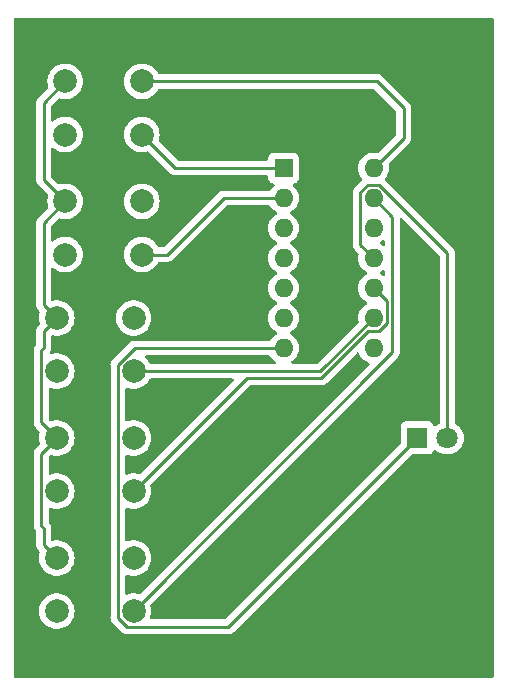
<source format=gbr>
%TF.GenerationSoftware,KiCad,Pcbnew,7.0.10*%
%TF.CreationDate,2024-05-08T18:11:24-05:00*%
%TF.ProjectId,pk16,706b3136-2e6b-4696-9361-645f70636258,rev?*%
%TF.SameCoordinates,Original*%
%TF.FileFunction,Copper,L1,Top*%
%TF.FilePolarity,Positive*%
%FSLAX46Y46*%
G04 Gerber Fmt 4.6, Leading zero omitted, Abs format (unit mm)*
G04 Created by KiCad (PCBNEW 7.0.10) date 2024-05-08 18:11:24*
%MOMM*%
%LPD*%
G01*
G04 APERTURE LIST*
%TA.AperFunction,ComponentPad*%
%ADD10C,2.000000*%
%TD*%
%TA.AperFunction,ComponentPad*%
%ADD11C,1.800000*%
%TD*%
%TA.AperFunction,ComponentPad*%
%ADD12R,1.800000X1.800000*%
%TD*%
%TA.AperFunction,ComponentPad*%
%ADD13R,1.600000X1.600000*%
%TD*%
%TA.AperFunction,ComponentPad*%
%ADD14O,1.600000X1.600000*%
%TD*%
%TA.AperFunction,Conductor*%
%ADD15C,0.250000*%
%TD*%
G04 APERTURE END LIST*
D10*
%TO.P,SW5,1,1*%
%TO.N,+3.3V*%
X27940000Y-68580000D03*
X21440000Y-68580000D03*
%TO.P,SW5,2,2*%
%TO.N,Net-(SW5-Pad2)*%
X27940000Y-73080000D03*
X21440000Y-73080000D03*
%TD*%
%TO.P,SW4,1,1*%
%TO.N,+3.3V*%
X27940000Y-58420000D03*
X21440000Y-58420000D03*
%TO.P,SW4,2,2*%
%TO.N,Net-(SW4-Pad2)*%
X27940000Y-62920000D03*
X21440000Y-62920000D03*
%TD*%
%TO.P,SW3,1,1*%
%TO.N,+3.3V*%
X27940000Y-48260000D03*
X21440000Y-48260000D03*
%TO.P,SW3,2,2*%
%TO.N,Net-(SW3-Pad2)*%
X27940000Y-52760000D03*
X21440000Y-52760000D03*
%TD*%
%TO.P,SW2,1,1*%
%TO.N,+3.3V*%
X28650000Y-38390000D03*
X22150000Y-38390000D03*
%TO.P,SW2,2,2*%
%TO.N,Net-(SW2-Pad2)*%
X28650000Y-42890000D03*
X22150000Y-42890000D03*
%TD*%
%TO.P,SW1,2,2*%
%TO.N,Net-(SW1-Pad2)*%
X22150000Y-32730000D03*
X28650000Y-32730000D03*
%TO.P,SW1,1,1*%
%TO.N,+3.3V*%
X22150000Y-28230000D03*
X28650000Y-28230000D03*
%TD*%
D11*
%TO.P,D1,2,A*%
%TO.N,Net-(D1-A)*%
X54500000Y-58420000D03*
D12*
%TO.P,D1,1,K*%
%TO.N,GND*%
X51960000Y-58420000D03*
%TD*%
D13*
%TO.P,U1,1*%
%TO.N,Net-(SW1-Pad2)*%
X40640000Y-35560000D03*
D14*
%TO.P,U1,2*%
%TO.N,Net-(SW2-Pad2)*%
X40640000Y-38100000D03*
%TO.P,U1,3*%
%TO.N,Net-(U1-Pad3)*%
X40640000Y-40640000D03*
%TO.P,U1,4*%
X40640000Y-43180000D03*
%TO.P,U1,5*%
%TO.N,Net-(U1-Pad5)*%
X40640000Y-45720000D03*
%TO.P,U1,6*%
%TO.N,Net-(U1-Pad12)*%
X40640000Y-48260000D03*
%TO.P,U1,7,GND*%
%TO.N,GND*%
X40640000Y-50800000D03*
%TO.P,U1,8*%
%TO.N,Net-(U1-Pad5)*%
X48260000Y-50800000D03*
%TO.P,U1,9*%
%TO.N,Net-(SW3-Pad2)*%
X48260000Y-48260000D03*
%TO.P,U1,10*%
%TO.N,Net-(SW4-Pad2)*%
X48260000Y-45720000D03*
%TO.P,U1,11*%
%TO.N,Net-(D1-A)*%
X48260000Y-43180000D03*
%TO.P,U1,12*%
%TO.N,Net-(U1-Pad12)*%
X48260000Y-40640000D03*
%TO.P,U1,13*%
%TO.N,Net-(SW5-Pad2)*%
X48260000Y-38100000D03*
%TO.P,U1,14,VCC*%
%TO.N,+3.3V*%
X48260000Y-35560000D03*
%TD*%
D15*
%TO.N,GND*%
X51960000Y-58420000D02*
X35975000Y-74405000D01*
X35975000Y-74405000D02*
X27391167Y-74405000D01*
X26615000Y-73628833D02*
X26615000Y-52211167D01*
X27391167Y-74405000D02*
X26615000Y-73628833D01*
X26615000Y-52211167D02*
X28026167Y-50800000D01*
X28026167Y-50800000D02*
X40640000Y-50800000D01*
%TO.N,Net-(D1-A)*%
X54500000Y-58420000D02*
X54500000Y-42749009D01*
X54500000Y-42749009D02*
X48725991Y-36975000D01*
X48725991Y-36975000D02*
X47794009Y-36975000D01*
X47135000Y-37634009D02*
X47135000Y-42055000D01*
X47794009Y-36975000D02*
X47135000Y-37634009D01*
X47135000Y-42055000D02*
X48260000Y-43180000D01*
%TO.N,Net-(SW5-Pad2)*%
X27940000Y-73080000D02*
X49835000Y-51185000D01*
X49835000Y-51185000D02*
X49835000Y-39675000D01*
X49835000Y-39675000D02*
X48260000Y-38100000D01*
%TO.N,Net-(SW4-Pad2)*%
X27940000Y-62920000D02*
X37520000Y-53340000D01*
X37520000Y-53340000D02*
X43816396Y-53340000D01*
X43816396Y-53340000D02*
X47771396Y-49385000D01*
X49385000Y-48725991D02*
X49385000Y-46845000D01*
X47771396Y-49385000D02*
X48725991Y-49385000D01*
X48725991Y-49385000D02*
X49385000Y-48725991D01*
X49385000Y-46845000D02*
X48260000Y-45720000D01*
%TO.N,Net-(SW3-Pad2)*%
X27940000Y-52760000D02*
X43760000Y-52760000D01*
X43760000Y-52760000D02*
X48260000Y-48260000D01*
%TO.N,+3.3V*%
X20115000Y-65835000D02*
X20320000Y-66040000D01*
X20115000Y-59745000D02*
X20115000Y-65835000D01*
X21440000Y-58420000D02*
X20115000Y-59745000D01*
X20320000Y-66040000D02*
X20320000Y-67460000D01*
X20320000Y-67460000D02*
X21440000Y-68580000D01*
X20320000Y-49380000D02*
X20320000Y-50800000D01*
X21440000Y-48260000D02*
X20320000Y-49380000D01*
X20320000Y-50800000D02*
X20115000Y-51005000D01*
X20115000Y-51005000D02*
X20115000Y-57095000D01*
X20115000Y-57095000D02*
X21440000Y-58420000D01*
X22150000Y-38390000D02*
X20320000Y-36560000D01*
X20320000Y-36560000D02*
X20320000Y-30060000D01*
X20320000Y-30060000D02*
X22150000Y-28230000D01*
X22150000Y-38390000D02*
X20320000Y-40220000D01*
X20320000Y-47140000D02*
X21440000Y-48260000D01*
X20320000Y-40220000D02*
X20320000Y-47140000D01*
%TO.N,Net-(SW2-Pad2)*%
X30770000Y-42890000D02*
X35560000Y-38100000D01*
X28650000Y-42890000D02*
X30770000Y-42890000D01*
X35560000Y-38100000D02*
X40640000Y-38100000D01*
%TO.N,+3.3V*%
X28650000Y-28230000D02*
X48550000Y-28230000D01*
X50800000Y-30480000D02*
X50800000Y-33020000D01*
X48550000Y-28230000D02*
X50800000Y-30480000D01*
X50800000Y-33020000D02*
X48260000Y-35560000D01*
%TO.N,Net-(SW1-Pad2)*%
X28650000Y-32730000D02*
X31480000Y-35560000D01*
X31480000Y-35560000D02*
X40640000Y-35560000D01*
%TD*%
%TA.AperFunction,NonConductor*%
G36*
X58363039Y-22879685D02*
G01*
X58408794Y-22932489D01*
X58420000Y-22984000D01*
X58420000Y-78616000D01*
X58400315Y-78683039D01*
X58347511Y-78728794D01*
X58296000Y-78740000D01*
X17904000Y-78740000D01*
X17836961Y-78720315D01*
X17791206Y-78667511D01*
X17780000Y-78616000D01*
X17780000Y-73080005D01*
X19934357Y-73080005D01*
X19954890Y-73327812D01*
X19954892Y-73327824D01*
X20015936Y-73568881D01*
X20115826Y-73796606D01*
X20251833Y-74004782D01*
X20251836Y-74004785D01*
X20420256Y-74187738D01*
X20616491Y-74340474D01*
X20835190Y-74458828D01*
X21070386Y-74539571D01*
X21315665Y-74580500D01*
X21564335Y-74580500D01*
X21809614Y-74539571D01*
X22044810Y-74458828D01*
X22263509Y-74340474D01*
X22459744Y-74187738D01*
X22628164Y-74004785D01*
X22764173Y-73796607D01*
X22864063Y-73568881D01*
X22925108Y-73327821D01*
X22945643Y-73080000D01*
X22925108Y-72832179D01*
X22864063Y-72591119D01*
X22848637Y-72555952D01*
X22764173Y-72363393D01*
X22628166Y-72155217D01*
X22606557Y-72131744D01*
X22459744Y-71972262D01*
X22263509Y-71819526D01*
X22263507Y-71819525D01*
X22263506Y-71819524D01*
X22044811Y-71701172D01*
X22044802Y-71701169D01*
X21809616Y-71620429D01*
X21564335Y-71579500D01*
X21315665Y-71579500D01*
X21070383Y-71620429D01*
X20835197Y-71701169D01*
X20835188Y-71701172D01*
X20616493Y-71819524D01*
X20420257Y-71972261D01*
X20251833Y-72155217D01*
X20115826Y-72363393D01*
X20015936Y-72591118D01*
X19954892Y-72832175D01*
X19954890Y-72832187D01*
X19934357Y-73079994D01*
X19934357Y-73080005D01*
X17780000Y-73080005D01*
X17780000Y-59725195D01*
X19484840Y-59725195D01*
X19488950Y-59768674D01*
X19489500Y-59780343D01*
X19489500Y-65752255D01*
X19487775Y-65767872D01*
X19488061Y-65767899D01*
X19487326Y-65775665D01*
X19489439Y-65842872D01*
X19489500Y-65846767D01*
X19489500Y-65874357D01*
X19490003Y-65878335D01*
X19490918Y-65889967D01*
X19492290Y-65933624D01*
X19492291Y-65933627D01*
X19497880Y-65952867D01*
X19501824Y-65971911D01*
X19503481Y-65985021D01*
X19504336Y-65991792D01*
X19520414Y-66032403D01*
X19524197Y-66043452D01*
X19536381Y-66085388D01*
X19546580Y-66102634D01*
X19555138Y-66120103D01*
X19562514Y-66138732D01*
X19588181Y-66174060D01*
X19594593Y-66183821D01*
X19616828Y-66221417D01*
X19616833Y-66221424D01*
X19630990Y-66235580D01*
X19643628Y-66250376D01*
X19655405Y-66266586D01*
X19660747Y-66272274D01*
X19658190Y-66274674D01*
X19688499Y-66319170D01*
X19694500Y-66357277D01*
X19694500Y-67377255D01*
X19692775Y-67392872D01*
X19693061Y-67392899D01*
X19692326Y-67400665D01*
X19694439Y-67467872D01*
X19694500Y-67471767D01*
X19694500Y-67499357D01*
X19695003Y-67503335D01*
X19695918Y-67514967D01*
X19697290Y-67558624D01*
X19697291Y-67558627D01*
X19702880Y-67577867D01*
X19706824Y-67596911D01*
X19709336Y-67616792D01*
X19725414Y-67657403D01*
X19729197Y-67668452D01*
X19741381Y-67710388D01*
X19751580Y-67727634D01*
X19760138Y-67745103D01*
X19767514Y-67763732D01*
X19793181Y-67799060D01*
X19799593Y-67808821D01*
X19821828Y-67846417D01*
X19821833Y-67846424D01*
X19835990Y-67860580D01*
X19848628Y-67875376D01*
X19860405Y-67891586D01*
X19860406Y-67891587D01*
X19894057Y-67919425D01*
X19902698Y-67927288D01*
X19976338Y-68000928D01*
X20009823Y-68062251D01*
X20008863Y-68119049D01*
X19954892Y-68332174D01*
X19954890Y-68332187D01*
X19934357Y-68579994D01*
X19934357Y-68580005D01*
X19954890Y-68827812D01*
X19954892Y-68827824D01*
X20015936Y-69068881D01*
X20115826Y-69296606D01*
X20251833Y-69504782D01*
X20251836Y-69504785D01*
X20420256Y-69687738D01*
X20616491Y-69840474D01*
X20835190Y-69958828D01*
X21070386Y-70039571D01*
X21315665Y-70080500D01*
X21564335Y-70080500D01*
X21809614Y-70039571D01*
X22044810Y-69958828D01*
X22263509Y-69840474D01*
X22459744Y-69687738D01*
X22628164Y-69504785D01*
X22764173Y-69296607D01*
X22864063Y-69068881D01*
X22925108Y-68827821D01*
X22945643Y-68580000D01*
X22925108Y-68332179D01*
X22864063Y-68091119D01*
X22851400Y-68062251D01*
X22764173Y-67863393D01*
X22628166Y-67655217D01*
X22556952Y-67577858D01*
X22459744Y-67472262D01*
X22263509Y-67319526D01*
X22263507Y-67319525D01*
X22263506Y-67319524D01*
X22044811Y-67201172D01*
X22044802Y-67201169D01*
X21809616Y-67120429D01*
X21564335Y-67079500D01*
X21315665Y-67079500D01*
X21089909Y-67117171D01*
X21020544Y-67108789D01*
X20966722Y-67064236D01*
X20945532Y-66997657D01*
X20945500Y-66994862D01*
X20945500Y-66122742D01*
X20947224Y-66107122D01*
X20946939Y-66107096D01*
X20947671Y-66099340D01*
X20947673Y-66099333D01*
X20945561Y-66032126D01*
X20945500Y-66028231D01*
X20945500Y-66000654D01*
X20945500Y-66000650D01*
X20944996Y-65996665D01*
X20944080Y-65985021D01*
X20942709Y-65941373D01*
X20937122Y-65922144D01*
X20933174Y-65903084D01*
X20930664Y-65883208D01*
X20930663Y-65883206D01*
X20930663Y-65883204D01*
X20914588Y-65842604D01*
X20910804Y-65831552D01*
X20898618Y-65789609D01*
X20898616Y-65789606D01*
X20888423Y-65772371D01*
X20879861Y-65754894D01*
X20872487Y-65736269D01*
X20846816Y-65700937D01*
X20840405Y-65691177D01*
X20818170Y-65653580D01*
X20818168Y-65653578D01*
X20818165Y-65653574D01*
X20804006Y-65639415D01*
X20791368Y-65624619D01*
X20779594Y-65608413D01*
X20779592Y-65608411D01*
X20774257Y-65602730D01*
X20776754Y-65600384D01*
X20746345Y-65555344D01*
X20740500Y-65517722D01*
X20740500Y-64439993D01*
X20760185Y-64372954D01*
X20812989Y-64327199D01*
X20882147Y-64317255D01*
X20904758Y-64322710D01*
X21070386Y-64379571D01*
X21315665Y-64420500D01*
X21564335Y-64420500D01*
X21809614Y-64379571D01*
X22044810Y-64298828D01*
X22263509Y-64180474D01*
X22459744Y-64027738D01*
X22628164Y-63844785D01*
X22764173Y-63636607D01*
X22864063Y-63408881D01*
X22925108Y-63167821D01*
X22945643Y-62920000D01*
X22925108Y-62672179D01*
X22864063Y-62431119D01*
X22848637Y-62395952D01*
X22764173Y-62203393D01*
X22628166Y-61995217D01*
X22606557Y-61971744D01*
X22459744Y-61812262D01*
X22263509Y-61659526D01*
X22263507Y-61659525D01*
X22263506Y-61659524D01*
X22044811Y-61541172D01*
X22044802Y-61541169D01*
X21809616Y-61460429D01*
X21564335Y-61419500D01*
X21315665Y-61419500D01*
X21070383Y-61460429D01*
X20904763Y-61517287D01*
X20834964Y-61520437D01*
X20774543Y-61485351D01*
X20742682Y-61423168D01*
X20740500Y-61400006D01*
X20740500Y-60055451D01*
X20760185Y-59988412D01*
X20776810Y-59967779D01*
X20862773Y-59881816D01*
X20924091Y-59848334D01*
X20990712Y-59852218D01*
X21036493Y-59867935D01*
X21070385Y-59879571D01*
X21315665Y-59920500D01*
X21564335Y-59920500D01*
X21809614Y-59879571D01*
X22044810Y-59798828D01*
X22263509Y-59680474D01*
X22459744Y-59527738D01*
X22628164Y-59344785D01*
X22764173Y-59136607D01*
X22864063Y-58908881D01*
X22925108Y-58667821D01*
X22925109Y-58667812D01*
X22945643Y-58420005D01*
X22945643Y-58419994D01*
X22925109Y-58172187D01*
X22925107Y-58172175D01*
X22864063Y-57931118D01*
X22764173Y-57703393D01*
X22628166Y-57495217D01*
X22606557Y-57471744D01*
X22459744Y-57312262D01*
X22263509Y-57159526D01*
X22263507Y-57159525D01*
X22263506Y-57159524D01*
X22044811Y-57041172D01*
X22044802Y-57041169D01*
X21809616Y-56960429D01*
X21564335Y-56919500D01*
X21315665Y-56919500D01*
X21070386Y-56960428D01*
X20990713Y-56987780D01*
X20920914Y-56990929D01*
X20862770Y-56958179D01*
X20776819Y-56872228D01*
X20743334Y-56810905D01*
X20740500Y-56784547D01*
X20740500Y-54279993D01*
X20760185Y-54212954D01*
X20812989Y-54167199D01*
X20882147Y-54157255D01*
X20904758Y-54162710D01*
X21070386Y-54219571D01*
X21315665Y-54260500D01*
X21564335Y-54260500D01*
X21809614Y-54219571D01*
X22044810Y-54138828D01*
X22263509Y-54020474D01*
X22459744Y-53867738D01*
X22628164Y-53684785D01*
X22764173Y-53476607D01*
X22864063Y-53248881D01*
X22925108Y-53007821D01*
X22945643Y-52760000D01*
X22925108Y-52512179D01*
X22864063Y-52271119D01*
X22853268Y-52246510D01*
X22829078Y-52191362D01*
X25984840Y-52191362D01*
X25988950Y-52234841D01*
X25989500Y-52246510D01*
X25989500Y-73546088D01*
X25987775Y-73561705D01*
X25988061Y-73561732D01*
X25987326Y-73569498D01*
X25989439Y-73636705D01*
X25989500Y-73640600D01*
X25989500Y-73668190D01*
X25990003Y-73672168D01*
X25990918Y-73683800D01*
X25992290Y-73727457D01*
X25992291Y-73727460D01*
X25997880Y-73746700D01*
X26001824Y-73765744D01*
X26003562Y-73779500D01*
X26004336Y-73785625D01*
X26020414Y-73826236D01*
X26024197Y-73837285D01*
X26036381Y-73879221D01*
X26046580Y-73896467D01*
X26055138Y-73913936D01*
X26062514Y-73932565D01*
X26088181Y-73967893D01*
X26094593Y-73977654D01*
X26116828Y-74015250D01*
X26116833Y-74015257D01*
X26130990Y-74029413D01*
X26143628Y-74044209D01*
X26155405Y-74060419D01*
X26155406Y-74060420D01*
X26189057Y-74088258D01*
X26197698Y-74096121D01*
X26890364Y-74788788D01*
X26900189Y-74801051D01*
X26900410Y-74800869D01*
X26905378Y-74806874D01*
X26954389Y-74852899D01*
X26957188Y-74855612D01*
X26976689Y-74875114D01*
X26976693Y-74875117D01*
X26976696Y-74875120D01*
X26979869Y-74877581D01*
X26988741Y-74885159D01*
X27020585Y-74915062D01*
X27038143Y-74924714D01*
X27054400Y-74935393D01*
X27070231Y-74947673D01*
X27099970Y-74960542D01*
X27110319Y-74965021D01*
X27120808Y-74970160D01*
X27144624Y-74983252D01*
X27159075Y-74991197D01*
X27171690Y-74994435D01*
X27178472Y-74996177D01*
X27196886Y-75002481D01*
X27215271Y-75010438D01*
X27258428Y-75017273D01*
X27269823Y-75019632D01*
X27312148Y-75030500D01*
X27332183Y-75030500D01*
X27351580Y-75032026D01*
X27371363Y-75035160D01*
X27414842Y-75031050D01*
X27426511Y-75030500D01*
X35892257Y-75030500D01*
X35907877Y-75032224D01*
X35907904Y-75031939D01*
X35915660Y-75032671D01*
X35915667Y-75032673D01*
X35982873Y-75030561D01*
X35986768Y-75030500D01*
X36014346Y-75030500D01*
X36014350Y-75030500D01*
X36018324Y-75029997D01*
X36029963Y-75029080D01*
X36073627Y-75027709D01*
X36092869Y-75022117D01*
X36111912Y-75018174D01*
X36131792Y-75015664D01*
X36172401Y-74999585D01*
X36183444Y-74995803D01*
X36225390Y-74983618D01*
X36242629Y-74973422D01*
X36260103Y-74964862D01*
X36278727Y-74957488D01*
X36278727Y-74957487D01*
X36278732Y-74957486D01*
X36314083Y-74931800D01*
X36323814Y-74925408D01*
X36361420Y-74903170D01*
X36375589Y-74888999D01*
X36390379Y-74876368D01*
X36406587Y-74864594D01*
X36434438Y-74830926D01*
X36442279Y-74822309D01*
X51407771Y-59856818D01*
X51469094Y-59823333D01*
X51495452Y-59820499D01*
X52907871Y-59820499D01*
X52907872Y-59820499D01*
X52967483Y-59814091D01*
X53102331Y-59763796D01*
X53217546Y-59677546D01*
X53303796Y-59562331D01*
X53303798Y-59562326D01*
X53332455Y-59485493D01*
X53374326Y-59429559D01*
X53439790Y-59405141D01*
X53508063Y-59419992D01*
X53539866Y-59444843D01*
X53547302Y-59452920D01*
X53548215Y-59453912D01*
X53548222Y-59453918D01*
X53731365Y-59596464D01*
X53731371Y-59596468D01*
X53731374Y-59596470D01*
X53935497Y-59706936D01*
X53988681Y-59725194D01*
X54155015Y-59782297D01*
X54155017Y-59782297D01*
X54155019Y-59782298D01*
X54383951Y-59820500D01*
X54383952Y-59820500D01*
X54616048Y-59820500D01*
X54616049Y-59820500D01*
X54844981Y-59782298D01*
X55064503Y-59706936D01*
X55268626Y-59596470D01*
X55451784Y-59453913D01*
X55608979Y-59283153D01*
X55735924Y-59088849D01*
X55829157Y-58876300D01*
X55886134Y-58651305D01*
X55905300Y-58420000D01*
X55905300Y-58419994D01*
X55905300Y-58419993D01*
X55886135Y-58188702D01*
X55886133Y-58188691D01*
X55829157Y-57963699D01*
X55735924Y-57751151D01*
X55608983Y-57556852D01*
X55608980Y-57556849D01*
X55608979Y-57556847D01*
X55451784Y-57386087D01*
X55451779Y-57386083D01*
X55451777Y-57386081D01*
X55268634Y-57243535D01*
X55268619Y-57243525D01*
X55190482Y-57201239D01*
X55140891Y-57152020D01*
X55125500Y-57092185D01*
X55125500Y-42831751D01*
X55127224Y-42816131D01*
X55126939Y-42816105D01*
X55127671Y-42808349D01*
X55127673Y-42808342D01*
X55125561Y-42741135D01*
X55125500Y-42737240D01*
X55125500Y-42709663D01*
X55125500Y-42709659D01*
X55124996Y-42705674D01*
X55124080Y-42694030D01*
X55122709Y-42650382D01*
X55117122Y-42631153D01*
X55113174Y-42612093D01*
X55110663Y-42592213D01*
X55094588Y-42551613D01*
X55090804Y-42540561D01*
X55078618Y-42498618D01*
X55078616Y-42498615D01*
X55068423Y-42481380D01*
X55059861Y-42463903D01*
X55052487Y-42445278D01*
X55026816Y-42409946D01*
X55020405Y-42400186D01*
X54998170Y-42362589D01*
X54998168Y-42362587D01*
X54998165Y-42362583D01*
X54984006Y-42348424D01*
X54971368Y-42333628D01*
X54969482Y-42331032D01*
X54959594Y-42317422D01*
X54945047Y-42305388D01*
X54925940Y-42289581D01*
X54917299Y-42281718D01*
X52071791Y-39436210D01*
X49235062Y-36599480D01*
X49201579Y-36538160D01*
X49206563Y-36468468D01*
X49235061Y-36424123D01*
X49260047Y-36399139D01*
X49390568Y-36212734D01*
X49486739Y-36006496D01*
X49545635Y-35786692D01*
X49565468Y-35560000D01*
X49545635Y-35333308D01*
X49527318Y-35264948D01*
X49528981Y-35195103D01*
X49559410Y-35145179D01*
X51183788Y-33520801D01*
X51196042Y-33510986D01*
X51195859Y-33510764D01*
X51201868Y-33505791D01*
X51201877Y-33505786D01*
X51247949Y-33456722D01*
X51250566Y-33454023D01*
X51270120Y-33434471D01*
X51272576Y-33431303D01*
X51280156Y-33422427D01*
X51310062Y-33390582D01*
X51319713Y-33373024D01*
X51330396Y-33356761D01*
X51342673Y-33340936D01*
X51360021Y-33300844D01*
X51365151Y-33290371D01*
X51386197Y-33252092D01*
X51391180Y-33232680D01*
X51397481Y-33214280D01*
X51405437Y-33195896D01*
X51412270Y-33152748D01*
X51414633Y-33141338D01*
X51425500Y-33099019D01*
X51425500Y-33078983D01*
X51427027Y-33059582D01*
X51430160Y-33039804D01*
X51426050Y-32996324D01*
X51425500Y-32984655D01*
X51425500Y-30562742D01*
X51427224Y-30547122D01*
X51426939Y-30547095D01*
X51427673Y-30539333D01*
X51425561Y-30472112D01*
X51425500Y-30468218D01*
X51425500Y-30440656D01*
X51425500Y-30440650D01*
X51424996Y-30436668D01*
X51424081Y-30425029D01*
X51422710Y-30381373D01*
X51417119Y-30362130D01*
X51413173Y-30343078D01*
X51410664Y-30323208D01*
X51394579Y-30282583D01*
X51390804Y-30271555D01*
X51378618Y-30229610D01*
X51368419Y-30212364D01*
X51359858Y-30194888D01*
X51352487Y-30176271D01*
X51352486Y-30176268D01*
X51326805Y-30140921D01*
X51320409Y-30131182D01*
X51298171Y-30093580D01*
X51298169Y-30093578D01*
X51298166Y-30093574D01*
X51284005Y-30079413D01*
X51271370Y-30064620D01*
X51259593Y-30048412D01*
X51225945Y-30020576D01*
X51217304Y-30012713D01*
X49050803Y-27846212D01*
X49040980Y-27833950D01*
X49040759Y-27834134D01*
X49035786Y-27828122D01*
X48986776Y-27782099D01*
X48983977Y-27779386D01*
X48964477Y-27759885D01*
X48964471Y-27759880D01*
X48961286Y-27757409D01*
X48952434Y-27749848D01*
X48920582Y-27719938D01*
X48920580Y-27719936D01*
X48920577Y-27719935D01*
X48903029Y-27710288D01*
X48886763Y-27699604D01*
X48870932Y-27687324D01*
X48830849Y-27669978D01*
X48820363Y-27664841D01*
X48782094Y-27643803D01*
X48782092Y-27643802D01*
X48762693Y-27638822D01*
X48744281Y-27632518D01*
X48725898Y-27624562D01*
X48725892Y-27624560D01*
X48682760Y-27617729D01*
X48671322Y-27615361D01*
X48629020Y-27604500D01*
X48629019Y-27604500D01*
X48608984Y-27604500D01*
X48589586Y-27602973D01*
X48582162Y-27601797D01*
X48569805Y-27599840D01*
X48569804Y-27599840D01*
X48526325Y-27603950D01*
X48514656Y-27604500D01*
X30095150Y-27604500D01*
X30028111Y-27584815D01*
X29982356Y-27532011D01*
X29981595Y-27530311D01*
X29974175Y-27513396D01*
X29838166Y-27305217D01*
X29816557Y-27281744D01*
X29669744Y-27122262D01*
X29473509Y-26969526D01*
X29473507Y-26969525D01*
X29473506Y-26969524D01*
X29254811Y-26851172D01*
X29254802Y-26851169D01*
X29019616Y-26770429D01*
X28774335Y-26729500D01*
X28525665Y-26729500D01*
X28280383Y-26770429D01*
X28045197Y-26851169D01*
X28045188Y-26851172D01*
X27826493Y-26969524D01*
X27630257Y-27122261D01*
X27461833Y-27305217D01*
X27325826Y-27513393D01*
X27225936Y-27741118D01*
X27164892Y-27982175D01*
X27164890Y-27982187D01*
X27144357Y-28229994D01*
X27144357Y-28230005D01*
X27164890Y-28477812D01*
X27164892Y-28477824D01*
X27225936Y-28718881D01*
X27325826Y-28946606D01*
X27461833Y-29154782D01*
X27461836Y-29154785D01*
X27630256Y-29337738D01*
X27826491Y-29490474D01*
X28045190Y-29608828D01*
X28280386Y-29689571D01*
X28525665Y-29730500D01*
X28774335Y-29730500D01*
X29019614Y-29689571D01*
X29254810Y-29608828D01*
X29473509Y-29490474D01*
X29669744Y-29337738D01*
X29838164Y-29154785D01*
X29974173Y-28946607D01*
X29974175Y-28946603D01*
X29981595Y-28929689D01*
X30026551Y-28876203D01*
X30093287Y-28855514D01*
X30095150Y-28855500D01*
X48239548Y-28855500D01*
X48306587Y-28875185D01*
X48327229Y-28891819D01*
X50138181Y-30702771D01*
X50171666Y-30764094D01*
X50174500Y-30790452D01*
X50174500Y-32709546D01*
X50154815Y-32776585D01*
X50138181Y-32797227D01*
X48674821Y-34260586D01*
X48613498Y-34294071D01*
X48555048Y-34292680D01*
X48486697Y-34274366D01*
X48486693Y-34274365D01*
X48486692Y-34274365D01*
X48373346Y-34264448D01*
X48260001Y-34254532D01*
X48259998Y-34254532D01*
X48033313Y-34274364D01*
X48033302Y-34274366D01*
X47813511Y-34333258D01*
X47813502Y-34333261D01*
X47607267Y-34429431D01*
X47607265Y-34429432D01*
X47420858Y-34559954D01*
X47259954Y-34720858D01*
X47129432Y-34907265D01*
X47129431Y-34907267D01*
X47033261Y-35113502D01*
X47033258Y-35113511D01*
X46974366Y-35333302D01*
X46974364Y-35333313D01*
X46954532Y-35559998D01*
X46954532Y-35560001D01*
X46974364Y-35786686D01*
X46974366Y-35786697D01*
X47033258Y-36006488D01*
X47033261Y-36006497D01*
X47129431Y-36212732D01*
X47129432Y-36212734D01*
X47259951Y-36399137D01*
X47259952Y-36399138D01*
X47259953Y-36399139D01*
X47284934Y-36424120D01*
X47318419Y-36485441D01*
X47313436Y-36555133D01*
X47284934Y-36599482D01*
X46751208Y-37133208D01*
X46738951Y-37143029D01*
X46739134Y-37143250D01*
X46733122Y-37148223D01*
X46687098Y-37197232D01*
X46684391Y-37200025D01*
X46664889Y-37219526D01*
X46664875Y-37219543D01*
X46662407Y-37222724D01*
X46654843Y-37231579D01*
X46624937Y-37263427D01*
X46624936Y-37263429D01*
X46615284Y-37280985D01*
X46604610Y-37297235D01*
X46592329Y-37313070D01*
X46592324Y-37313077D01*
X46574975Y-37353167D01*
X46569838Y-37363653D01*
X46548803Y-37401915D01*
X46543822Y-37421316D01*
X46537521Y-37439719D01*
X46529562Y-37458111D01*
X46529561Y-37458114D01*
X46522728Y-37501252D01*
X46520360Y-37512683D01*
X46509501Y-37554980D01*
X46509500Y-37554991D01*
X46509500Y-37575025D01*
X46507973Y-37594424D01*
X46504840Y-37614203D01*
X46504840Y-37614204D01*
X46508950Y-37657683D01*
X46509500Y-37669352D01*
X46509500Y-41972255D01*
X46507775Y-41987872D01*
X46508061Y-41987899D01*
X46507326Y-41995665D01*
X46509439Y-42062872D01*
X46509500Y-42066767D01*
X46509500Y-42094357D01*
X46510003Y-42098335D01*
X46510918Y-42109967D01*
X46512290Y-42153624D01*
X46512291Y-42153627D01*
X46517880Y-42172867D01*
X46521824Y-42191911D01*
X46524336Y-42211792D01*
X46540414Y-42252403D01*
X46544197Y-42263452D01*
X46552001Y-42290314D01*
X46556382Y-42305390D01*
X46563497Y-42317422D01*
X46566580Y-42322634D01*
X46575136Y-42340100D01*
X46582514Y-42358732D01*
X46608181Y-42394060D01*
X46614593Y-42403821D01*
X46636828Y-42441417D01*
X46636833Y-42441424D01*
X46650990Y-42455580D01*
X46663628Y-42470376D01*
X46675405Y-42486586D01*
X46675406Y-42486587D01*
X46709057Y-42514425D01*
X46717698Y-42522288D01*
X46960586Y-42765177D01*
X46994071Y-42826500D01*
X46992680Y-42884949D01*
X46974367Y-42953296D01*
X46974364Y-42953313D01*
X46954532Y-43179999D01*
X46954532Y-43180001D01*
X46974364Y-43406686D01*
X46974366Y-43406697D01*
X47033258Y-43626488D01*
X47033261Y-43626497D01*
X47129431Y-43832732D01*
X47129432Y-43832734D01*
X47259954Y-44019141D01*
X47420858Y-44180045D01*
X47420861Y-44180047D01*
X47607266Y-44310568D01*
X47665275Y-44337618D01*
X47717714Y-44383791D01*
X47736866Y-44450984D01*
X47716650Y-44517865D01*
X47665275Y-44562382D01*
X47607267Y-44589431D01*
X47607265Y-44589432D01*
X47420858Y-44719954D01*
X47259954Y-44880858D01*
X47129432Y-45067265D01*
X47129431Y-45067267D01*
X47033261Y-45273502D01*
X47033258Y-45273511D01*
X46974366Y-45493302D01*
X46974364Y-45493313D01*
X46954532Y-45719998D01*
X46954532Y-45720001D01*
X46974364Y-45946686D01*
X46974366Y-45946697D01*
X47033258Y-46166488D01*
X47033261Y-46166497D01*
X47129431Y-46372732D01*
X47129432Y-46372734D01*
X47259954Y-46559141D01*
X47420858Y-46720045D01*
X47420861Y-46720047D01*
X47607266Y-46850568D01*
X47665275Y-46877618D01*
X47717714Y-46923791D01*
X47736866Y-46990984D01*
X47716650Y-47057865D01*
X47665275Y-47102382D01*
X47607267Y-47129431D01*
X47607265Y-47129432D01*
X47420858Y-47259954D01*
X47259954Y-47420858D01*
X47129432Y-47607265D01*
X47129431Y-47607267D01*
X47033261Y-47813502D01*
X47033258Y-47813511D01*
X46974366Y-48033302D01*
X46974364Y-48033313D01*
X46954532Y-48259998D01*
X46954532Y-48260000D01*
X46974364Y-48486686D01*
X46974365Y-48486691D01*
X46974366Y-48486697D01*
X46992680Y-48555048D01*
X46991017Y-48624897D01*
X46960586Y-48674821D01*
X43537228Y-52098181D01*
X43475905Y-52131666D01*
X43449547Y-52134500D01*
X41394766Y-52134500D01*
X41327727Y-52114815D01*
X41281972Y-52062011D01*
X41272028Y-51992853D01*
X41301053Y-51929297D01*
X41323640Y-51908927D01*
X41479139Y-51800047D01*
X41640047Y-51639139D01*
X41770568Y-51452734D01*
X41866739Y-51246496D01*
X41925635Y-51026692D01*
X41945468Y-50800000D01*
X41925635Y-50573308D01*
X41866739Y-50353504D01*
X41770568Y-50147266D01*
X41640047Y-49960861D01*
X41640045Y-49960858D01*
X41479141Y-49799954D01*
X41292734Y-49669432D01*
X41292728Y-49669429D01*
X41234725Y-49642382D01*
X41182285Y-49596210D01*
X41163133Y-49529017D01*
X41183348Y-49462135D01*
X41234725Y-49417618D01*
X41239604Y-49415343D01*
X41292734Y-49390568D01*
X41479139Y-49260047D01*
X41640047Y-49099139D01*
X41770568Y-48912734D01*
X41866739Y-48706496D01*
X41925635Y-48486692D01*
X41945468Y-48260000D01*
X41945467Y-48259994D01*
X41925635Y-48033313D01*
X41925635Y-48033308D01*
X41866739Y-47813504D01*
X41770568Y-47607266D01*
X41640047Y-47420861D01*
X41640045Y-47420858D01*
X41479141Y-47259954D01*
X41292734Y-47129432D01*
X41292728Y-47129429D01*
X41234725Y-47102382D01*
X41182285Y-47056210D01*
X41163133Y-46989017D01*
X41183348Y-46922135D01*
X41234725Y-46877618D01*
X41292734Y-46850568D01*
X41479139Y-46720047D01*
X41640047Y-46559139D01*
X41770568Y-46372734D01*
X41866739Y-46166496D01*
X41925635Y-45946692D01*
X41945468Y-45720000D01*
X41925635Y-45493308D01*
X41866739Y-45273504D01*
X41770568Y-45067266D01*
X41640047Y-44880861D01*
X41640045Y-44880858D01*
X41479141Y-44719954D01*
X41292734Y-44589432D01*
X41292728Y-44589429D01*
X41234725Y-44562382D01*
X41182285Y-44516210D01*
X41163133Y-44449017D01*
X41183348Y-44382135D01*
X41234725Y-44337618D01*
X41292734Y-44310568D01*
X41479139Y-44180047D01*
X41640047Y-44019139D01*
X41770568Y-43832734D01*
X41866739Y-43626496D01*
X41925635Y-43406692D01*
X41945468Y-43180000D01*
X41925635Y-42953308D01*
X41866739Y-42733504D01*
X41770568Y-42527266D01*
X41640047Y-42340861D01*
X41640045Y-42340858D01*
X41479141Y-42179954D01*
X41292734Y-42049432D01*
X41292728Y-42049429D01*
X41234725Y-42022382D01*
X41182285Y-41976210D01*
X41163133Y-41909017D01*
X41183348Y-41842135D01*
X41234725Y-41797618D01*
X41292734Y-41770568D01*
X41479139Y-41640047D01*
X41640047Y-41479139D01*
X41770568Y-41292734D01*
X41866739Y-41086496D01*
X41925635Y-40866692D01*
X41945468Y-40640000D01*
X41925635Y-40413308D01*
X41866739Y-40193504D01*
X41770568Y-39987266D01*
X41640047Y-39800861D01*
X41640045Y-39800858D01*
X41479141Y-39639954D01*
X41292734Y-39509432D01*
X41292728Y-39509429D01*
X41234725Y-39482382D01*
X41182285Y-39436210D01*
X41163133Y-39369017D01*
X41183348Y-39302135D01*
X41234725Y-39257618D01*
X41292734Y-39230568D01*
X41479139Y-39100047D01*
X41640047Y-38939139D01*
X41770568Y-38752734D01*
X41866739Y-38546496D01*
X41925635Y-38326692D01*
X41945468Y-38100000D01*
X41925635Y-37873308D01*
X41872068Y-37673393D01*
X41866741Y-37653511D01*
X41866738Y-37653502D01*
X41860630Y-37640404D01*
X41770568Y-37447266D01*
X41640047Y-37260861D01*
X41640045Y-37260858D01*
X41479143Y-37099956D01*
X41454536Y-37082726D01*
X41410912Y-37028149D01*
X41403719Y-36958650D01*
X41435241Y-36896296D01*
X41495471Y-36860882D01*
X41512404Y-36857861D01*
X41547483Y-36854091D01*
X41682331Y-36803796D01*
X41797546Y-36717546D01*
X41883796Y-36602331D01*
X41934091Y-36467483D01*
X41940500Y-36407873D01*
X41940499Y-34712128D01*
X41934091Y-34652517D01*
X41899567Y-34559954D01*
X41883797Y-34517671D01*
X41883793Y-34517664D01*
X41797547Y-34402455D01*
X41797544Y-34402452D01*
X41682335Y-34316206D01*
X41682328Y-34316202D01*
X41547482Y-34265908D01*
X41547483Y-34265908D01*
X41487883Y-34259501D01*
X41487881Y-34259500D01*
X41487873Y-34259500D01*
X41487864Y-34259500D01*
X39792129Y-34259500D01*
X39792123Y-34259501D01*
X39732516Y-34265908D01*
X39597671Y-34316202D01*
X39597664Y-34316206D01*
X39482455Y-34402452D01*
X39482452Y-34402455D01*
X39396206Y-34517664D01*
X39396202Y-34517671D01*
X39345908Y-34652517D01*
X39339501Y-34712116D01*
X39339501Y-34712123D01*
X39339500Y-34712135D01*
X39339500Y-34810500D01*
X39319815Y-34877539D01*
X39267011Y-34923294D01*
X39215500Y-34934500D01*
X31790453Y-34934500D01*
X31723414Y-34914815D01*
X31702772Y-34898181D01*
X30113660Y-33309069D01*
X30080175Y-33247746D01*
X30081135Y-33190950D01*
X30135108Y-32977821D01*
X30135109Y-32977812D01*
X30155643Y-32730005D01*
X30155643Y-32729994D01*
X30135109Y-32482187D01*
X30135107Y-32482175D01*
X30074063Y-32241118D01*
X29974173Y-32013393D01*
X29838166Y-31805217D01*
X29816557Y-31781744D01*
X29669744Y-31622262D01*
X29473509Y-31469526D01*
X29473507Y-31469525D01*
X29473506Y-31469524D01*
X29254811Y-31351172D01*
X29254802Y-31351169D01*
X29019616Y-31270429D01*
X28774335Y-31229500D01*
X28525665Y-31229500D01*
X28280383Y-31270429D01*
X28045197Y-31351169D01*
X28045188Y-31351172D01*
X27826493Y-31469524D01*
X27630257Y-31622261D01*
X27461833Y-31805217D01*
X27325826Y-32013393D01*
X27225936Y-32241118D01*
X27164892Y-32482175D01*
X27164890Y-32482187D01*
X27144357Y-32729994D01*
X27144357Y-32730005D01*
X27164890Y-32977812D01*
X27164892Y-32977824D01*
X27225936Y-33218881D01*
X27325826Y-33446606D01*
X27461833Y-33654782D01*
X27461836Y-33654785D01*
X27630256Y-33837738D01*
X27826491Y-33990474D01*
X28045190Y-34108828D01*
X28280386Y-34189571D01*
X28525665Y-34230500D01*
X28774335Y-34230500D01*
X29019614Y-34189571D01*
X29099287Y-34162218D01*
X29169082Y-34159068D01*
X29227229Y-34191819D01*
X30979197Y-35943788D01*
X30989022Y-35956051D01*
X30989243Y-35955869D01*
X30994211Y-35961874D01*
X31043222Y-36007899D01*
X31046021Y-36010612D01*
X31065522Y-36030114D01*
X31065526Y-36030117D01*
X31065529Y-36030120D01*
X31068702Y-36032581D01*
X31077574Y-36040159D01*
X31109418Y-36070062D01*
X31126976Y-36079714D01*
X31143235Y-36090395D01*
X31159064Y-36102673D01*
X31199155Y-36120021D01*
X31209626Y-36125151D01*
X31232180Y-36137550D01*
X31247902Y-36146194D01*
X31247904Y-36146195D01*
X31247908Y-36146197D01*
X31267316Y-36151180D01*
X31285719Y-36157481D01*
X31304101Y-36165436D01*
X31304102Y-36165436D01*
X31304104Y-36165437D01*
X31347250Y-36172270D01*
X31358672Y-36174636D01*
X31400981Y-36185500D01*
X31421016Y-36185500D01*
X31440414Y-36187026D01*
X31460194Y-36190159D01*
X31460195Y-36190160D01*
X31460195Y-36190159D01*
X31460196Y-36190160D01*
X31503675Y-36186050D01*
X31515344Y-36185500D01*
X39215501Y-36185500D01*
X39282540Y-36205185D01*
X39328295Y-36257989D01*
X39339501Y-36309500D01*
X39339501Y-36407876D01*
X39345908Y-36467483D01*
X39396202Y-36602328D01*
X39396206Y-36602335D01*
X39482452Y-36717544D01*
X39482455Y-36717547D01*
X39597664Y-36803793D01*
X39597671Y-36803797D01*
X39615343Y-36810388D01*
X39732517Y-36854091D01*
X39767596Y-36857862D01*
X39832144Y-36884599D01*
X39871993Y-36941991D01*
X39874488Y-37011816D01*
X39838836Y-37071905D01*
X39825464Y-37082725D01*
X39800858Y-37099954D01*
X39639954Y-37260858D01*
X39527387Y-37421623D01*
X39472811Y-37465248D01*
X39425812Y-37474500D01*
X35642743Y-37474500D01*
X35627122Y-37472775D01*
X35627096Y-37473061D01*
X35619334Y-37472327D01*
X35619333Y-37472327D01*
X35557109Y-37474282D01*
X35552127Y-37474439D01*
X35548232Y-37474500D01*
X35520647Y-37474500D01*
X35516661Y-37475003D01*
X35505033Y-37475918D01*
X35461373Y-37477290D01*
X35442129Y-37482881D01*
X35423079Y-37486825D01*
X35403211Y-37489334D01*
X35403210Y-37489334D01*
X35362599Y-37505413D01*
X35351554Y-37509194D01*
X35309614Y-37521379D01*
X35309610Y-37521381D01*
X35292366Y-37531579D01*
X35274905Y-37540133D01*
X35256274Y-37547510D01*
X35256262Y-37547517D01*
X35220933Y-37573185D01*
X35211173Y-37579596D01*
X35173580Y-37601829D01*
X35159414Y-37615995D01*
X35144624Y-37628627D01*
X35128414Y-37640404D01*
X35128411Y-37640407D01*
X35100573Y-37674058D01*
X35092711Y-37682697D01*
X30547228Y-42228181D01*
X30485905Y-42261666D01*
X30459547Y-42264500D01*
X30095150Y-42264500D01*
X30028111Y-42244815D01*
X29982356Y-42192011D01*
X29981595Y-42190311D01*
X29974175Y-42173396D01*
X29838166Y-41965217D01*
X29753516Y-41873263D01*
X29669744Y-41782262D01*
X29473509Y-41629526D01*
X29473507Y-41629525D01*
X29473506Y-41629524D01*
X29254811Y-41511172D01*
X29254802Y-41511169D01*
X29019616Y-41430429D01*
X28774335Y-41389500D01*
X28525665Y-41389500D01*
X28280383Y-41430429D01*
X28045197Y-41511169D01*
X28045188Y-41511172D01*
X27826493Y-41629524D01*
X27630257Y-41782261D01*
X27461833Y-41965217D01*
X27325826Y-42173393D01*
X27225936Y-42401118D01*
X27164892Y-42642175D01*
X27164890Y-42642187D01*
X27144357Y-42889994D01*
X27144357Y-42890005D01*
X27164890Y-43137812D01*
X27164892Y-43137824D01*
X27225936Y-43378881D01*
X27325826Y-43606606D01*
X27461833Y-43814782D01*
X27461836Y-43814785D01*
X27630256Y-43997738D01*
X27826491Y-44150474D01*
X28045190Y-44268828D01*
X28280386Y-44349571D01*
X28525665Y-44390500D01*
X28774335Y-44390500D01*
X29019614Y-44349571D01*
X29254810Y-44268828D01*
X29473509Y-44150474D01*
X29669744Y-43997738D01*
X29838164Y-43814785D01*
X29974173Y-43606607D01*
X29974175Y-43606603D01*
X29981595Y-43589689D01*
X30026551Y-43536203D01*
X30093287Y-43515514D01*
X30095150Y-43515500D01*
X30687257Y-43515500D01*
X30702877Y-43517224D01*
X30702904Y-43516939D01*
X30710660Y-43517671D01*
X30710667Y-43517673D01*
X30777873Y-43515561D01*
X30781768Y-43515500D01*
X30809346Y-43515500D01*
X30809350Y-43515500D01*
X30813324Y-43514997D01*
X30824963Y-43514080D01*
X30868627Y-43512709D01*
X30887869Y-43507117D01*
X30906912Y-43503174D01*
X30926792Y-43500664D01*
X30967401Y-43484585D01*
X30978444Y-43480803D01*
X31020390Y-43468618D01*
X31037629Y-43458422D01*
X31055103Y-43449862D01*
X31073727Y-43442488D01*
X31073727Y-43442487D01*
X31073732Y-43442486D01*
X31109083Y-43416800D01*
X31118814Y-43410408D01*
X31156420Y-43388170D01*
X31170589Y-43373999D01*
X31185379Y-43361368D01*
X31201587Y-43349594D01*
X31229438Y-43315926D01*
X31237279Y-43307309D01*
X35782772Y-38761819D01*
X35844095Y-38728334D01*
X35870453Y-38725500D01*
X39425812Y-38725500D01*
X39492851Y-38745185D01*
X39527387Y-38778377D01*
X39639954Y-38939141D01*
X39800858Y-39100045D01*
X39800861Y-39100047D01*
X39987266Y-39230568D01*
X40045275Y-39257618D01*
X40097714Y-39303791D01*
X40116866Y-39370984D01*
X40096650Y-39437865D01*
X40045275Y-39482382D01*
X39987267Y-39509431D01*
X39987265Y-39509432D01*
X39800858Y-39639954D01*
X39639954Y-39800858D01*
X39509432Y-39987265D01*
X39509431Y-39987267D01*
X39413261Y-40193502D01*
X39413258Y-40193511D01*
X39354366Y-40413302D01*
X39354364Y-40413313D01*
X39334532Y-40639998D01*
X39334532Y-40640001D01*
X39354364Y-40866686D01*
X39354366Y-40866697D01*
X39413258Y-41086488D01*
X39413261Y-41086497D01*
X39509431Y-41292732D01*
X39509432Y-41292734D01*
X39639954Y-41479141D01*
X39800858Y-41640045D01*
X39800861Y-41640047D01*
X39987266Y-41770568D01*
X40045275Y-41797618D01*
X40097714Y-41843791D01*
X40116866Y-41910984D01*
X40096650Y-41977865D01*
X40045275Y-42022382D01*
X39987267Y-42049431D01*
X39987265Y-42049432D01*
X39800858Y-42179954D01*
X39639954Y-42340858D01*
X39509432Y-42527265D01*
X39509431Y-42527267D01*
X39413261Y-42733502D01*
X39413258Y-42733511D01*
X39354366Y-42953302D01*
X39354364Y-42953313D01*
X39334532Y-43179998D01*
X39334532Y-43180001D01*
X39354364Y-43406686D01*
X39354366Y-43406697D01*
X39413258Y-43626488D01*
X39413261Y-43626497D01*
X39509431Y-43832732D01*
X39509432Y-43832734D01*
X39639954Y-44019141D01*
X39800858Y-44180045D01*
X39800861Y-44180047D01*
X39987266Y-44310568D01*
X40045275Y-44337618D01*
X40097714Y-44383791D01*
X40116866Y-44450984D01*
X40096650Y-44517865D01*
X40045275Y-44562382D01*
X39987267Y-44589431D01*
X39987265Y-44589432D01*
X39800858Y-44719954D01*
X39639954Y-44880858D01*
X39509432Y-45067265D01*
X39509431Y-45067267D01*
X39413261Y-45273502D01*
X39413258Y-45273511D01*
X39354366Y-45493302D01*
X39354364Y-45493313D01*
X39334532Y-45719998D01*
X39334532Y-45720001D01*
X39354364Y-45946686D01*
X39354366Y-45946697D01*
X39413258Y-46166488D01*
X39413261Y-46166497D01*
X39509431Y-46372732D01*
X39509432Y-46372734D01*
X39639954Y-46559141D01*
X39800858Y-46720045D01*
X39800861Y-46720047D01*
X39987266Y-46850568D01*
X40045275Y-46877618D01*
X40097714Y-46923791D01*
X40116866Y-46990984D01*
X40096650Y-47057865D01*
X40045275Y-47102382D01*
X39987267Y-47129431D01*
X39987265Y-47129432D01*
X39800858Y-47259954D01*
X39639954Y-47420858D01*
X39509432Y-47607265D01*
X39509431Y-47607267D01*
X39413261Y-47813502D01*
X39413258Y-47813511D01*
X39354366Y-48033302D01*
X39354364Y-48033313D01*
X39334532Y-48259998D01*
X39334532Y-48260001D01*
X39354364Y-48486686D01*
X39354366Y-48486697D01*
X39413258Y-48706488D01*
X39413261Y-48706497D01*
X39509431Y-48912732D01*
X39509432Y-48912734D01*
X39639954Y-49099141D01*
X39800858Y-49260045D01*
X39800861Y-49260047D01*
X39987266Y-49390568D01*
X40040396Y-49415343D01*
X40045275Y-49417618D01*
X40097714Y-49463791D01*
X40116866Y-49530984D01*
X40096650Y-49597865D01*
X40045275Y-49642382D01*
X39987267Y-49669431D01*
X39987265Y-49669432D01*
X39800858Y-49799954D01*
X39639954Y-49960858D01*
X39527387Y-50121623D01*
X39472811Y-50165248D01*
X39425812Y-50174500D01*
X28108910Y-50174500D01*
X28093289Y-50172775D01*
X28093262Y-50173061D01*
X28085500Y-50172326D01*
X28018280Y-50174439D01*
X28014386Y-50174500D01*
X27986817Y-50174500D01*
X27982840Y-50175002D01*
X27971209Y-50175917D01*
X27927541Y-50177289D01*
X27927535Y-50177290D01*
X27908293Y-50182880D01*
X27889254Y-50186823D01*
X27869384Y-50189334D01*
X27869367Y-50189338D01*
X27828763Y-50205413D01*
X27817722Y-50209194D01*
X27775773Y-50221383D01*
X27775771Y-50221384D01*
X27758525Y-50231583D01*
X27741060Y-50240139D01*
X27735177Y-50242468D01*
X27722433Y-50247514D01*
X27687101Y-50273183D01*
X27677345Y-50279592D01*
X27639747Y-50301828D01*
X27625575Y-50316000D01*
X27610790Y-50328628D01*
X27594579Y-50340407D01*
X27566738Y-50374059D01*
X27558878Y-50382696D01*
X26231208Y-51710366D01*
X26218951Y-51720187D01*
X26219134Y-51720408D01*
X26213122Y-51725381D01*
X26167098Y-51774390D01*
X26164391Y-51777183D01*
X26144889Y-51796684D01*
X26144875Y-51796701D01*
X26142407Y-51799882D01*
X26134843Y-51808737D01*
X26104937Y-51840585D01*
X26104936Y-51840587D01*
X26095284Y-51858143D01*
X26084610Y-51874393D01*
X26072329Y-51890228D01*
X26072324Y-51890235D01*
X26054975Y-51930325D01*
X26049838Y-51940811D01*
X26028803Y-51979073D01*
X26023822Y-51998474D01*
X26017521Y-52016877D01*
X26009562Y-52035269D01*
X26009561Y-52035272D01*
X26002728Y-52078410D01*
X26000360Y-52089841D01*
X25989501Y-52132138D01*
X25989500Y-52132149D01*
X25989500Y-52152183D01*
X25987973Y-52171582D01*
X25984840Y-52191361D01*
X25984840Y-52191362D01*
X22829078Y-52191362D01*
X22764173Y-52043393D01*
X22628166Y-51835217D01*
X22574742Y-51777183D01*
X22459744Y-51652262D01*
X22263509Y-51499526D01*
X22263507Y-51499525D01*
X22263506Y-51499524D01*
X22044811Y-51381172D01*
X22044802Y-51381169D01*
X21809616Y-51300429D01*
X21564335Y-51259500D01*
X21315665Y-51259500D01*
X21070386Y-51300428D01*
X20990277Y-51327930D01*
X20920479Y-51331079D01*
X20860057Y-51295992D01*
X20828197Y-51233809D01*
X20835013Y-51164273D01*
X20852039Y-51134644D01*
X20862673Y-51120936D01*
X20880018Y-51080849D01*
X20885152Y-51070371D01*
X20906197Y-51032092D01*
X20911178Y-51012687D01*
X20917482Y-50994279D01*
X20925438Y-50975895D01*
X20932270Y-50932748D01*
X20934639Y-50921316D01*
X20937374Y-50910662D01*
X20945500Y-50879019D01*
X20945500Y-50858983D01*
X20947027Y-50839582D01*
X20950160Y-50819804D01*
X20946050Y-50776324D01*
X20945500Y-50764655D01*
X20945500Y-49845137D01*
X20965185Y-49778098D01*
X21017989Y-49732343D01*
X21087147Y-49722399D01*
X21089831Y-49722815D01*
X21315665Y-49760500D01*
X21315666Y-49760500D01*
X21564335Y-49760500D01*
X21809614Y-49719571D01*
X22044810Y-49638828D01*
X22263509Y-49520474D01*
X22459744Y-49367738D01*
X22628164Y-49184785D01*
X22764173Y-48976607D01*
X22864063Y-48748881D01*
X22925108Y-48507821D01*
X22925109Y-48507812D01*
X22945643Y-48260005D01*
X26434357Y-48260005D01*
X26454890Y-48507812D01*
X26454892Y-48507824D01*
X26515936Y-48748881D01*
X26615826Y-48976606D01*
X26751833Y-49184782D01*
X26769620Y-49204104D01*
X26920256Y-49367738D01*
X27116491Y-49520474D01*
X27335190Y-49638828D01*
X27570386Y-49719571D01*
X27815665Y-49760500D01*
X28064335Y-49760500D01*
X28309614Y-49719571D01*
X28544810Y-49638828D01*
X28763509Y-49520474D01*
X28959744Y-49367738D01*
X29128164Y-49184785D01*
X29264173Y-48976607D01*
X29364063Y-48748881D01*
X29425108Y-48507821D01*
X29425109Y-48507812D01*
X29445643Y-48260005D01*
X29445643Y-48259994D01*
X29425109Y-48012187D01*
X29425107Y-48012175D01*
X29364063Y-47771118D01*
X29264173Y-47543393D01*
X29128166Y-47335217D01*
X29056952Y-47257858D01*
X28959744Y-47152262D01*
X28763509Y-46999526D01*
X28763507Y-46999525D01*
X28763506Y-46999524D01*
X28544811Y-46881172D01*
X28544802Y-46881169D01*
X28309616Y-46800429D01*
X28064335Y-46759500D01*
X27815665Y-46759500D01*
X27570383Y-46800429D01*
X27335197Y-46881169D01*
X27335188Y-46881172D01*
X27116493Y-46999524D01*
X26920257Y-47152261D01*
X26751833Y-47335217D01*
X26615826Y-47543393D01*
X26515936Y-47771118D01*
X26454892Y-48012175D01*
X26454890Y-48012187D01*
X26434357Y-48259994D01*
X26434357Y-48260005D01*
X22945643Y-48260005D01*
X22945643Y-48259994D01*
X22925109Y-48012187D01*
X22925107Y-48012175D01*
X22864063Y-47771118D01*
X22764173Y-47543393D01*
X22628166Y-47335217D01*
X22556952Y-47257858D01*
X22459744Y-47152262D01*
X22263509Y-46999526D01*
X22263507Y-46999525D01*
X22263506Y-46999524D01*
X22044811Y-46881172D01*
X22044802Y-46881169D01*
X21809616Y-46800429D01*
X21564335Y-46759500D01*
X21315665Y-46759500D01*
X21089909Y-46797171D01*
X21020544Y-46788789D01*
X20966722Y-46744236D01*
X20945532Y-46677657D01*
X20945500Y-46674862D01*
X20945500Y-44107582D01*
X20965185Y-44040543D01*
X21017989Y-43994788D01*
X21087147Y-43984844D01*
X21145662Y-44009729D01*
X21326491Y-44150474D01*
X21545190Y-44268828D01*
X21780386Y-44349571D01*
X22025665Y-44390500D01*
X22274335Y-44390500D01*
X22519614Y-44349571D01*
X22754810Y-44268828D01*
X22973509Y-44150474D01*
X23169744Y-43997738D01*
X23338164Y-43814785D01*
X23474173Y-43606607D01*
X23574063Y-43378881D01*
X23635108Y-43137821D01*
X23650397Y-42953313D01*
X23655643Y-42890005D01*
X23655643Y-42889994D01*
X23635109Y-42642187D01*
X23635107Y-42642175D01*
X23574063Y-42401118D01*
X23474173Y-42173393D01*
X23338166Y-41965217D01*
X23253516Y-41873263D01*
X23169744Y-41782262D01*
X22973509Y-41629526D01*
X22973507Y-41629525D01*
X22973506Y-41629524D01*
X22754811Y-41511172D01*
X22754802Y-41511169D01*
X22519616Y-41430429D01*
X22274335Y-41389500D01*
X22025665Y-41389500D01*
X21780383Y-41430429D01*
X21545197Y-41511169D01*
X21545188Y-41511172D01*
X21326493Y-41629524D01*
X21145662Y-41770271D01*
X21080668Y-41795913D01*
X21012128Y-41782346D01*
X20961803Y-41733878D01*
X20945500Y-41672417D01*
X20945500Y-40530452D01*
X20965185Y-40463413D01*
X20981819Y-40442771D01*
X21263574Y-40161016D01*
X21572772Y-39851817D01*
X21634093Y-39818334D01*
X21700712Y-39822218D01*
X21752229Y-39839904D01*
X21780385Y-39849571D01*
X22025665Y-39890500D01*
X22274335Y-39890500D01*
X22519614Y-39849571D01*
X22754810Y-39768828D01*
X22973509Y-39650474D01*
X23169744Y-39497738D01*
X23338164Y-39314785D01*
X23474173Y-39106607D01*
X23574063Y-38878881D01*
X23635108Y-38637821D01*
X23635109Y-38637812D01*
X23655643Y-38390005D01*
X27144357Y-38390005D01*
X27164890Y-38637812D01*
X27164892Y-38637824D01*
X27225936Y-38878881D01*
X27325826Y-39106606D01*
X27461833Y-39314782D01*
X27461836Y-39314785D01*
X27630256Y-39497738D01*
X27826491Y-39650474D01*
X27826493Y-39650475D01*
X27999400Y-39744048D01*
X28045190Y-39768828D01*
X28280386Y-39849571D01*
X28525665Y-39890500D01*
X28774335Y-39890500D01*
X29019614Y-39849571D01*
X29254810Y-39768828D01*
X29473509Y-39650474D01*
X29669744Y-39497738D01*
X29838164Y-39314785D01*
X29974173Y-39106607D01*
X30074063Y-38878881D01*
X30135108Y-38637821D01*
X30135109Y-38637812D01*
X30155643Y-38390005D01*
X30155643Y-38389994D01*
X30135109Y-38142187D01*
X30135107Y-38142175D01*
X30074063Y-37901118D01*
X29974173Y-37673393D01*
X29838166Y-37465217D01*
X29779892Y-37401915D01*
X29669744Y-37282262D01*
X29473509Y-37129526D01*
X29473507Y-37129525D01*
X29473506Y-37129524D01*
X29254811Y-37011172D01*
X29254802Y-37011169D01*
X29019616Y-36930429D01*
X28774335Y-36889500D01*
X28525665Y-36889500D01*
X28280383Y-36930429D01*
X28045197Y-37011169D01*
X28045188Y-37011172D01*
X27826493Y-37129524D01*
X27630257Y-37282261D01*
X27461833Y-37465217D01*
X27325826Y-37673393D01*
X27225936Y-37901118D01*
X27164892Y-38142175D01*
X27164890Y-38142187D01*
X27144357Y-38389994D01*
X27144357Y-38390005D01*
X23655643Y-38390005D01*
X23655643Y-38389994D01*
X23635109Y-38142187D01*
X23635107Y-38142175D01*
X23574063Y-37901118D01*
X23474173Y-37673393D01*
X23338166Y-37465217D01*
X23279892Y-37401915D01*
X23169744Y-37282262D01*
X22973509Y-37129526D01*
X22973507Y-37129525D01*
X22973506Y-37129524D01*
X22754811Y-37011172D01*
X22754802Y-37011169D01*
X22519616Y-36930429D01*
X22274335Y-36889500D01*
X22025665Y-36889500D01*
X21780386Y-36930428D01*
X21700713Y-36957780D01*
X21630914Y-36960929D01*
X21572770Y-36928179D01*
X20981819Y-36337228D01*
X20948334Y-36275905D01*
X20945500Y-36249547D01*
X20945500Y-33947582D01*
X20965185Y-33880543D01*
X21017989Y-33834788D01*
X21087147Y-33824844D01*
X21145662Y-33849729D01*
X21326491Y-33990474D01*
X21545190Y-34108828D01*
X21780386Y-34189571D01*
X22025665Y-34230500D01*
X22274335Y-34230500D01*
X22519614Y-34189571D01*
X22754810Y-34108828D01*
X22973509Y-33990474D01*
X23169744Y-33837738D01*
X23338164Y-33654785D01*
X23474173Y-33446607D01*
X23574063Y-33218881D01*
X23635108Y-32977821D01*
X23635109Y-32977812D01*
X23655643Y-32730005D01*
X23655643Y-32729994D01*
X23635109Y-32482187D01*
X23635107Y-32482175D01*
X23574063Y-32241118D01*
X23474173Y-32013393D01*
X23338166Y-31805217D01*
X23316557Y-31781744D01*
X23169744Y-31622262D01*
X22973509Y-31469526D01*
X22973507Y-31469525D01*
X22973506Y-31469524D01*
X22754811Y-31351172D01*
X22754802Y-31351169D01*
X22519616Y-31270429D01*
X22274335Y-31229500D01*
X22025665Y-31229500D01*
X21780383Y-31270429D01*
X21545197Y-31351169D01*
X21545188Y-31351172D01*
X21326493Y-31469524D01*
X21145662Y-31610271D01*
X21080668Y-31635913D01*
X21012128Y-31622346D01*
X20961803Y-31573878D01*
X20945500Y-31512417D01*
X20945500Y-30370452D01*
X20965185Y-30303413D01*
X20981819Y-30282771D01*
X21263574Y-30001016D01*
X21572772Y-29691817D01*
X21634093Y-29658334D01*
X21700712Y-29662218D01*
X21752229Y-29679904D01*
X21780385Y-29689571D01*
X22025665Y-29730500D01*
X22274335Y-29730500D01*
X22519614Y-29689571D01*
X22754810Y-29608828D01*
X22973509Y-29490474D01*
X23169744Y-29337738D01*
X23338164Y-29154785D01*
X23474173Y-28946607D01*
X23574063Y-28718881D01*
X23635108Y-28477821D01*
X23655643Y-28230000D01*
X23635108Y-27982179D01*
X23600676Y-27846212D01*
X23574063Y-27741118D01*
X23474173Y-27513393D01*
X23338166Y-27305217D01*
X23316557Y-27281744D01*
X23169744Y-27122262D01*
X22973509Y-26969526D01*
X22973507Y-26969525D01*
X22973506Y-26969524D01*
X22754811Y-26851172D01*
X22754802Y-26851169D01*
X22519616Y-26770429D01*
X22274335Y-26729500D01*
X22025665Y-26729500D01*
X21780383Y-26770429D01*
X21545197Y-26851169D01*
X21545188Y-26851172D01*
X21326493Y-26969524D01*
X21130257Y-27122261D01*
X20961833Y-27305217D01*
X20825826Y-27513393D01*
X20725936Y-27741118D01*
X20664892Y-27982175D01*
X20664890Y-27982187D01*
X20644357Y-28229994D01*
X20644357Y-28230005D01*
X20664890Y-28477812D01*
X20664892Y-28477824D01*
X20718863Y-28690949D01*
X20716238Y-28760769D01*
X20686338Y-28809070D01*
X19936208Y-29559199D01*
X19923951Y-29569020D01*
X19924134Y-29569241D01*
X19918122Y-29574214D01*
X19872098Y-29623223D01*
X19869391Y-29626016D01*
X19849889Y-29645517D01*
X19849875Y-29645534D01*
X19847407Y-29648715D01*
X19839843Y-29657570D01*
X19809937Y-29689418D01*
X19809936Y-29689420D01*
X19800284Y-29706976D01*
X19789610Y-29723226D01*
X19777329Y-29739061D01*
X19777324Y-29739068D01*
X19759975Y-29779158D01*
X19754838Y-29789644D01*
X19733803Y-29827906D01*
X19728822Y-29847307D01*
X19722521Y-29865710D01*
X19714562Y-29884102D01*
X19714561Y-29884105D01*
X19707728Y-29927243D01*
X19705360Y-29938674D01*
X19694501Y-29980971D01*
X19694500Y-29980982D01*
X19694500Y-30001016D01*
X19692973Y-30020415D01*
X19689840Y-30040194D01*
X19689840Y-30040195D01*
X19693950Y-30083674D01*
X19694500Y-30095343D01*
X19694500Y-36477255D01*
X19692775Y-36492872D01*
X19693061Y-36492899D01*
X19692326Y-36500665D01*
X19694439Y-36567872D01*
X19694500Y-36571767D01*
X19694500Y-36599357D01*
X19695003Y-36603335D01*
X19695918Y-36614967D01*
X19697290Y-36658624D01*
X19697291Y-36658627D01*
X19702880Y-36677867D01*
X19706824Y-36696911D01*
X19709336Y-36716792D01*
X19725414Y-36757403D01*
X19729197Y-36768452D01*
X19741381Y-36810388D01*
X19751580Y-36827634D01*
X19760138Y-36845103D01*
X19767514Y-36863732D01*
X19793181Y-36899060D01*
X19799593Y-36908821D01*
X19821828Y-36946417D01*
X19821833Y-36946424D01*
X19835990Y-36960580D01*
X19848627Y-36975375D01*
X19860406Y-36991587D01*
X19884080Y-37011172D01*
X19894057Y-37019425D01*
X19902698Y-37027288D01*
X20686338Y-37810928D01*
X20719823Y-37872251D01*
X20718863Y-37929049D01*
X20664892Y-38142174D01*
X20664890Y-38142187D01*
X20644357Y-38389994D01*
X20644357Y-38390005D01*
X20664890Y-38637812D01*
X20664892Y-38637824D01*
X20718863Y-38850949D01*
X20716238Y-38920769D01*
X20686338Y-38969070D01*
X19936208Y-39719199D01*
X19923951Y-39729020D01*
X19924134Y-39729241D01*
X19918122Y-39734214D01*
X19872098Y-39783223D01*
X19869391Y-39786016D01*
X19849889Y-39805517D01*
X19849875Y-39805534D01*
X19847407Y-39808715D01*
X19839843Y-39817570D01*
X19809937Y-39849418D01*
X19809936Y-39849420D01*
X19800284Y-39866976D01*
X19789610Y-39883226D01*
X19777329Y-39899061D01*
X19777324Y-39899068D01*
X19759975Y-39939158D01*
X19754838Y-39949644D01*
X19733803Y-39987906D01*
X19728822Y-40007307D01*
X19722521Y-40025710D01*
X19714562Y-40044102D01*
X19714561Y-40044105D01*
X19707728Y-40087243D01*
X19705360Y-40098674D01*
X19694501Y-40140971D01*
X19694500Y-40140982D01*
X19694500Y-40161016D01*
X19692973Y-40180415D01*
X19689840Y-40200194D01*
X19689840Y-40200195D01*
X19693950Y-40243674D01*
X19694500Y-40255343D01*
X19694500Y-47057255D01*
X19692775Y-47072872D01*
X19693061Y-47072899D01*
X19692326Y-47080665D01*
X19694439Y-47147872D01*
X19694500Y-47151767D01*
X19694500Y-47179357D01*
X19695003Y-47183335D01*
X19695918Y-47194967D01*
X19697290Y-47238624D01*
X19697291Y-47238627D01*
X19702880Y-47257867D01*
X19706824Y-47276911D01*
X19709336Y-47296792D01*
X19725414Y-47337403D01*
X19729197Y-47348452D01*
X19741381Y-47390388D01*
X19751580Y-47407634D01*
X19760138Y-47425103D01*
X19767514Y-47443732D01*
X19793181Y-47479060D01*
X19799593Y-47488821D01*
X19821828Y-47526417D01*
X19821833Y-47526424D01*
X19835990Y-47540580D01*
X19848628Y-47555376D01*
X19860405Y-47571586D01*
X19860406Y-47571587D01*
X19894057Y-47599425D01*
X19902698Y-47607288D01*
X19976338Y-47680928D01*
X20009823Y-47742251D01*
X20008863Y-47799049D01*
X19954892Y-48012174D01*
X19954890Y-48012187D01*
X19934357Y-48259994D01*
X19934357Y-48260005D01*
X19954890Y-48507812D01*
X19954892Y-48507824D01*
X20008863Y-48720948D01*
X20006238Y-48790768D01*
X19976338Y-48839069D01*
X19936208Y-48879199D01*
X19923951Y-48889020D01*
X19924134Y-48889241D01*
X19918122Y-48894214D01*
X19872098Y-48943223D01*
X19869391Y-48946016D01*
X19849889Y-48965517D01*
X19849875Y-48965534D01*
X19847407Y-48968715D01*
X19839843Y-48977570D01*
X19809937Y-49009418D01*
X19809936Y-49009420D01*
X19800284Y-49026976D01*
X19789610Y-49043226D01*
X19777329Y-49059061D01*
X19777324Y-49059068D01*
X19759975Y-49099158D01*
X19754838Y-49109644D01*
X19733803Y-49147906D01*
X19728822Y-49167307D01*
X19722521Y-49185710D01*
X19714562Y-49204102D01*
X19714561Y-49204105D01*
X19707728Y-49247243D01*
X19705360Y-49258674D01*
X19694501Y-49300971D01*
X19694500Y-49300982D01*
X19694500Y-49321016D01*
X19692973Y-49340415D01*
X19689840Y-49360194D01*
X19689840Y-49360195D01*
X19693950Y-49403674D01*
X19694500Y-49415343D01*
X19694500Y-50489546D01*
X19674815Y-50556585D01*
X19658181Y-50577227D01*
X19644889Y-50590519D01*
X19644875Y-50590534D01*
X19642407Y-50593715D01*
X19634843Y-50602570D01*
X19604937Y-50634418D01*
X19604936Y-50634420D01*
X19595284Y-50651976D01*
X19584610Y-50668226D01*
X19572329Y-50684061D01*
X19572324Y-50684068D01*
X19554975Y-50724158D01*
X19549838Y-50734644D01*
X19528803Y-50772906D01*
X19523822Y-50792307D01*
X19517521Y-50810710D01*
X19509562Y-50829102D01*
X19509561Y-50829105D01*
X19502728Y-50872243D01*
X19500360Y-50883674D01*
X19489501Y-50925971D01*
X19489500Y-50925982D01*
X19489500Y-50946016D01*
X19487973Y-50965415D01*
X19484840Y-50985194D01*
X19484840Y-50985195D01*
X19488950Y-51028674D01*
X19489500Y-51040343D01*
X19489500Y-57012255D01*
X19487775Y-57027872D01*
X19488061Y-57027899D01*
X19487326Y-57035665D01*
X19489439Y-57102872D01*
X19489500Y-57106767D01*
X19489500Y-57134357D01*
X19490003Y-57138335D01*
X19490918Y-57149967D01*
X19492290Y-57193624D01*
X19492291Y-57193627D01*
X19497880Y-57212867D01*
X19501824Y-57231911D01*
X19503293Y-57243535D01*
X19504336Y-57251792D01*
X19520414Y-57292403D01*
X19524197Y-57303452D01*
X19536381Y-57345388D01*
X19546580Y-57362634D01*
X19555136Y-57380100D01*
X19557507Y-57386087D01*
X19562514Y-57398732D01*
X19588181Y-57434060D01*
X19594593Y-57443821D01*
X19616828Y-57481417D01*
X19616833Y-57481424D01*
X19630990Y-57495580D01*
X19643628Y-57510376D01*
X19655405Y-57526586D01*
X19655406Y-57526587D01*
X19689057Y-57554425D01*
X19697698Y-57562288D01*
X19976338Y-57840928D01*
X20009823Y-57902251D01*
X20008863Y-57959049D01*
X19954892Y-58172174D01*
X19954890Y-58172187D01*
X19934357Y-58419994D01*
X19934357Y-58420005D01*
X19954890Y-58667812D01*
X19954892Y-58667824D01*
X20008863Y-58880949D01*
X20006238Y-58950769D01*
X19976338Y-58999070D01*
X19731208Y-59244199D01*
X19718951Y-59254020D01*
X19719134Y-59254241D01*
X19713122Y-59259214D01*
X19667098Y-59308223D01*
X19664391Y-59311016D01*
X19644889Y-59330517D01*
X19644875Y-59330534D01*
X19642407Y-59333715D01*
X19634843Y-59342570D01*
X19604937Y-59374418D01*
X19604936Y-59374420D01*
X19595284Y-59391976D01*
X19584610Y-59408226D01*
X19572329Y-59424061D01*
X19572324Y-59424068D01*
X19554975Y-59464158D01*
X19549838Y-59474644D01*
X19528803Y-59512906D01*
X19523822Y-59532307D01*
X19517521Y-59550710D01*
X19509562Y-59569102D01*
X19509561Y-59569105D01*
X19502728Y-59612243D01*
X19500360Y-59623674D01*
X19489501Y-59665971D01*
X19489500Y-59665982D01*
X19489500Y-59686016D01*
X19487973Y-59705415D01*
X19484840Y-59725194D01*
X19484840Y-59725195D01*
X17780000Y-59725195D01*
X17780000Y-22984000D01*
X17799685Y-22916961D01*
X17852489Y-22871206D01*
X17904000Y-22860000D01*
X58296000Y-22860000D01*
X58363039Y-22879685D01*
G37*
%TD.AperFunction*%
%TA.AperFunction,NonConductor*%
G36*
X49148350Y-41694080D02*
G01*
X49196163Y-41745028D01*
X49209500Y-41800972D01*
X49209500Y-42019027D01*
X49189815Y-42086066D01*
X49137011Y-42131821D01*
X49067853Y-42141765D01*
X49014378Y-42120603D01*
X48931928Y-42062872D01*
X48912734Y-42049432D01*
X48854724Y-42022381D01*
X48802285Y-41976210D01*
X48783133Y-41909017D01*
X48803348Y-41842135D01*
X48854725Y-41797618D01*
X48912734Y-41770568D01*
X49014378Y-41699396D01*
X49080583Y-41677070D01*
X49148350Y-41694080D01*
G37*
%TD.AperFunction*%
%TA.AperFunction,NonConductor*%
G36*
X49148350Y-44234080D02*
G01*
X49196163Y-44285028D01*
X49209500Y-44340972D01*
X49209500Y-44559027D01*
X49189815Y-44626066D01*
X49137011Y-44671821D01*
X49067853Y-44681765D01*
X49014378Y-44660603D01*
X48965053Y-44626066D01*
X48912734Y-44589432D01*
X48854724Y-44562381D01*
X48802285Y-44516210D01*
X48783133Y-44449017D01*
X48803348Y-44382135D01*
X48854725Y-44337618D01*
X48912734Y-44310568D01*
X49014378Y-44239396D01*
X49080583Y-44217070D01*
X49148350Y-44234080D01*
G37*
%TD.AperFunction*%
%TA.AperFunction,NonConductor*%
G36*
X39492851Y-51445185D02*
G01*
X39527387Y-51478377D01*
X39639954Y-51639141D01*
X39800858Y-51800045D01*
X39813272Y-51808737D01*
X39956357Y-51908926D01*
X39999982Y-51963501D01*
X40007176Y-52033000D01*
X39975654Y-52095354D01*
X39915424Y-52130769D01*
X39885234Y-52134500D01*
X29385150Y-52134500D01*
X29318111Y-52114815D01*
X29272356Y-52062011D01*
X29271595Y-52060311D01*
X29264175Y-52043396D01*
X29128166Y-51835217D01*
X29074742Y-51777183D01*
X28959744Y-51652262D01*
X28953437Y-51647353D01*
X28912624Y-51590642D01*
X28908951Y-51520869D01*
X28943582Y-51460186D01*
X29005524Y-51427860D01*
X29029600Y-51425500D01*
X39425812Y-51425500D01*
X39492851Y-51445185D01*
G37*
%TD.AperFunction*%
%TA.AperFunction,NonConductor*%
G36*
X36357587Y-53405185D02*
G01*
X36403342Y-53457989D01*
X36413286Y-53527147D01*
X36384261Y-53590703D01*
X36378229Y-53597181D01*
X28517228Y-61458179D01*
X28455905Y-61491664D01*
X28389284Y-61487779D01*
X28309616Y-61460429D01*
X28064335Y-61419500D01*
X27815665Y-61419500D01*
X27570383Y-61460429D01*
X27404763Y-61517287D01*
X27334964Y-61520437D01*
X27274543Y-61485351D01*
X27242682Y-61423168D01*
X27240500Y-61400006D01*
X27240500Y-59939993D01*
X27260185Y-59872954D01*
X27312989Y-59827199D01*
X27382147Y-59817255D01*
X27404758Y-59822710D01*
X27570386Y-59879571D01*
X27815665Y-59920500D01*
X28064335Y-59920500D01*
X28309614Y-59879571D01*
X28544810Y-59798828D01*
X28763509Y-59680474D01*
X28959744Y-59527738D01*
X29128164Y-59344785D01*
X29264173Y-59136607D01*
X29364063Y-58908881D01*
X29425108Y-58667821D01*
X29425109Y-58667812D01*
X29445643Y-58420005D01*
X29445643Y-58419994D01*
X29425109Y-58172187D01*
X29425107Y-58172175D01*
X29364063Y-57931118D01*
X29264173Y-57703393D01*
X29128166Y-57495217D01*
X29106557Y-57471744D01*
X28959744Y-57312262D01*
X28763509Y-57159526D01*
X28763507Y-57159525D01*
X28763506Y-57159524D01*
X28544811Y-57041172D01*
X28544802Y-57041169D01*
X28309616Y-56960429D01*
X28064335Y-56919500D01*
X27815665Y-56919500D01*
X27570383Y-56960429D01*
X27404763Y-57017287D01*
X27334964Y-57020437D01*
X27274543Y-56985351D01*
X27242682Y-56923168D01*
X27240500Y-56900006D01*
X27240500Y-54279993D01*
X27260185Y-54212954D01*
X27312989Y-54167199D01*
X27382147Y-54157255D01*
X27404758Y-54162710D01*
X27570386Y-54219571D01*
X27815665Y-54260500D01*
X28064335Y-54260500D01*
X28309614Y-54219571D01*
X28544810Y-54138828D01*
X28763509Y-54020474D01*
X28959744Y-53867738D01*
X29128164Y-53684785D01*
X29264173Y-53476607D01*
X29264175Y-53476603D01*
X29271595Y-53459689D01*
X29316551Y-53406203D01*
X29383287Y-53385514D01*
X29385150Y-53385500D01*
X36290548Y-53385500D01*
X36357587Y-53405185D01*
G37*
%TD.AperFunction*%
%TA.AperFunction,NonConductor*%
G36*
X46963121Y-51180377D02*
G01*
X47019054Y-51222249D01*
X47032169Y-51244154D01*
X47033260Y-51246495D01*
X47033261Y-51246496D01*
X47056342Y-51295992D01*
X47129431Y-51452732D01*
X47129432Y-51452734D01*
X47259954Y-51639141D01*
X47420858Y-51800045D01*
X47433272Y-51808737D01*
X47607266Y-51930568D01*
X47813504Y-52026739D01*
X47813506Y-52026739D01*
X47813513Y-52026742D01*
X47838836Y-52033527D01*
X47898497Y-52069891D01*
X47929027Y-52132738D01*
X47920733Y-52202113D01*
X47894425Y-52240983D01*
X28517228Y-71618179D01*
X28455905Y-71651664D01*
X28389284Y-71647779D01*
X28309616Y-71620429D01*
X28064335Y-71579500D01*
X27815665Y-71579500D01*
X27570383Y-71620429D01*
X27404763Y-71677287D01*
X27334964Y-71680437D01*
X27274543Y-71645351D01*
X27242682Y-71583168D01*
X27240500Y-71560006D01*
X27240500Y-70099993D01*
X27260185Y-70032954D01*
X27312989Y-69987199D01*
X27382147Y-69977255D01*
X27404758Y-69982710D01*
X27570386Y-70039571D01*
X27815665Y-70080500D01*
X28064335Y-70080500D01*
X28309614Y-70039571D01*
X28544810Y-69958828D01*
X28763509Y-69840474D01*
X28959744Y-69687738D01*
X29128164Y-69504785D01*
X29264173Y-69296607D01*
X29364063Y-69068881D01*
X29425108Y-68827821D01*
X29445643Y-68580000D01*
X29425108Y-68332179D01*
X29364063Y-68091119D01*
X29351400Y-68062251D01*
X29264173Y-67863393D01*
X29128166Y-67655217D01*
X29056952Y-67577858D01*
X28959744Y-67472262D01*
X28763509Y-67319526D01*
X28763507Y-67319525D01*
X28763506Y-67319524D01*
X28544811Y-67201172D01*
X28544802Y-67201169D01*
X28309616Y-67120429D01*
X28064335Y-67079500D01*
X27815665Y-67079500D01*
X27570383Y-67120429D01*
X27404763Y-67177287D01*
X27334964Y-67180437D01*
X27274543Y-67145351D01*
X27242682Y-67083168D01*
X27240500Y-67060006D01*
X27240500Y-64439993D01*
X27260185Y-64372954D01*
X27312989Y-64327199D01*
X27382147Y-64317255D01*
X27404758Y-64322710D01*
X27570386Y-64379571D01*
X27815665Y-64420500D01*
X28064335Y-64420500D01*
X28309614Y-64379571D01*
X28544810Y-64298828D01*
X28763509Y-64180474D01*
X28959744Y-64027738D01*
X29128164Y-63844785D01*
X29264173Y-63636607D01*
X29364063Y-63408881D01*
X29425108Y-63167821D01*
X29445643Y-62920000D01*
X29425108Y-62672179D01*
X29371136Y-62459049D01*
X29373760Y-62389230D01*
X29403658Y-62340930D01*
X37742772Y-54001819D01*
X37804095Y-53968334D01*
X37830453Y-53965500D01*
X43733653Y-53965500D01*
X43749273Y-53967224D01*
X43749300Y-53966939D01*
X43757056Y-53967671D01*
X43757063Y-53967673D01*
X43824269Y-53965561D01*
X43828164Y-53965500D01*
X43855742Y-53965500D01*
X43855746Y-53965500D01*
X43859720Y-53964997D01*
X43871359Y-53964080D01*
X43915023Y-53962709D01*
X43934265Y-53957117D01*
X43953308Y-53953174D01*
X43973188Y-53950664D01*
X44013797Y-53934585D01*
X44024840Y-53930803D01*
X44066786Y-53918618D01*
X44084025Y-53908422D01*
X44101499Y-53899862D01*
X44120123Y-53892488D01*
X44120123Y-53892487D01*
X44120128Y-53892486D01*
X44155479Y-53866800D01*
X44165210Y-53860408D01*
X44202816Y-53838170D01*
X44216985Y-53823999D01*
X44231775Y-53811368D01*
X44247983Y-53799594D01*
X44275834Y-53765926D01*
X44283675Y-53757309D01*
X46832108Y-51208876D01*
X46893429Y-51175393D01*
X46963121Y-51180377D01*
G37*
%TD.AperFunction*%
%TA.AperFunction,NonConductor*%
G36*
X50665703Y-39799748D02*
G01*
X50672181Y-39805780D01*
X53838181Y-42971780D01*
X53871666Y-43033103D01*
X53874500Y-43059461D01*
X53874500Y-57092185D01*
X53854815Y-57159224D01*
X53809518Y-57201239D01*
X53731380Y-57243525D01*
X53731365Y-57243535D01*
X53548222Y-57386081D01*
X53548218Y-57386085D01*
X53539866Y-57395158D01*
X53479979Y-57431148D01*
X53410141Y-57429047D01*
X53352525Y-57389522D01*
X53332455Y-57354507D01*
X53303797Y-57277671D01*
X53303793Y-57277664D01*
X53217547Y-57162455D01*
X53217544Y-57162452D01*
X53102335Y-57076206D01*
X53102328Y-57076202D01*
X52967482Y-57025908D01*
X52967483Y-57025908D01*
X52907883Y-57019501D01*
X52907881Y-57019500D01*
X52907873Y-57019500D01*
X52907864Y-57019500D01*
X51012129Y-57019500D01*
X51012123Y-57019501D01*
X50952516Y-57025908D01*
X50817671Y-57076202D01*
X50817664Y-57076206D01*
X50702455Y-57162452D01*
X50702452Y-57162455D01*
X50616206Y-57277664D01*
X50616202Y-57277671D01*
X50565908Y-57412517D01*
X50559501Y-57472116D01*
X50559500Y-57472135D01*
X50559500Y-58884547D01*
X50539815Y-58951586D01*
X50523181Y-58972228D01*
X35752228Y-73743181D01*
X35690905Y-73776666D01*
X35664547Y-73779500D01*
X29461473Y-73779500D01*
X29394434Y-73759815D01*
X29348679Y-73707011D01*
X29338735Y-73637853D01*
X29347916Y-73605692D01*
X29364063Y-73568881D01*
X29425108Y-73327821D01*
X29445643Y-73080000D01*
X29425108Y-72832179D01*
X29371136Y-72619049D01*
X29373760Y-72549230D01*
X29403658Y-72500930D01*
X50218788Y-51685801D01*
X50231042Y-51675986D01*
X50230859Y-51675764D01*
X50236868Y-51670791D01*
X50236877Y-51670786D01*
X50282949Y-51621722D01*
X50285566Y-51619023D01*
X50305120Y-51599471D01*
X50307576Y-51596303D01*
X50315156Y-51587427D01*
X50345062Y-51555582D01*
X50354715Y-51538020D01*
X50365389Y-51521770D01*
X50377673Y-51505936D01*
X50395019Y-51465850D01*
X50400157Y-51455362D01*
X50412773Y-51432415D01*
X50421197Y-51417092D01*
X50426177Y-51397691D01*
X50432478Y-51379288D01*
X50440438Y-51360896D01*
X50447272Y-51317741D01*
X50449635Y-51306331D01*
X50460500Y-51264019D01*
X50460500Y-51243983D01*
X50462027Y-51224582D01*
X50465160Y-51204804D01*
X50461050Y-51161324D01*
X50460500Y-51149655D01*
X50460500Y-39893461D01*
X50480185Y-39826422D01*
X50532989Y-39780667D01*
X50602147Y-39770723D01*
X50665703Y-39799748D01*
G37*
%TD.AperFunction*%
M02*

</source>
